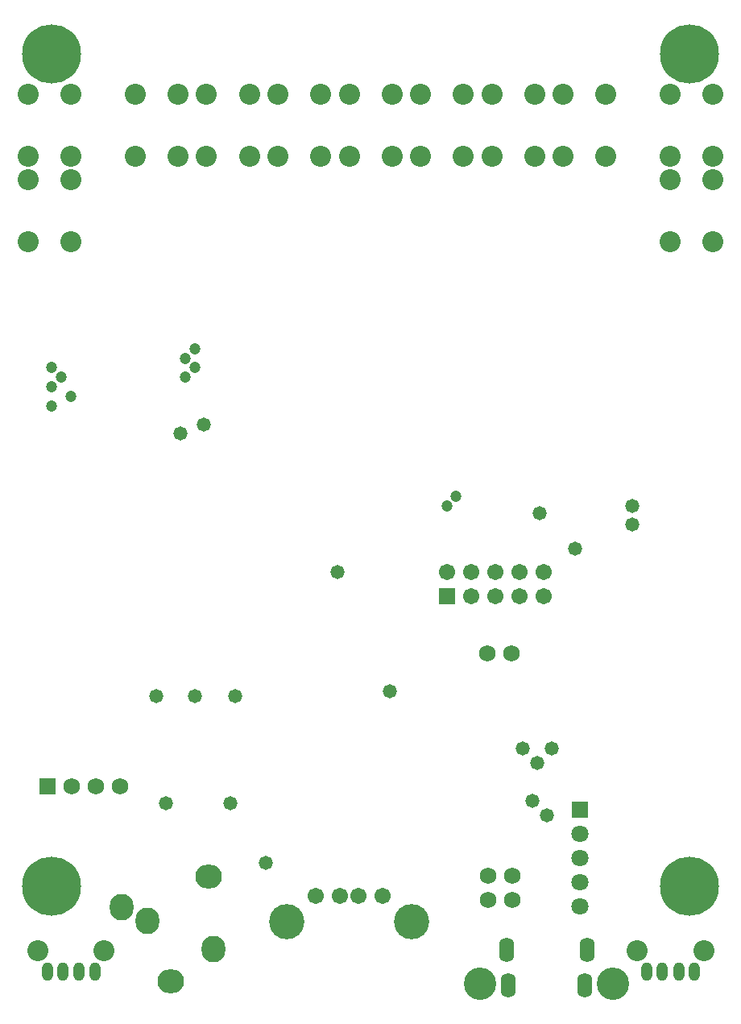
<source format=gbs>
G04 Layer_Color=8150272*
%FSLAX25Y25*%
%MOIN*%
G70*
G01*
G75*
%ADD73C,0.08674*%
%ADD74O,0.04737X0.07690*%
%ADD75O,0.09855X0.11036*%
%ADD76O,0.11036X0.09855*%
%ADD77O,0.06312X0.10249*%
%ADD78C,0.13398*%
%ADD79C,0.14579*%
%ADD80C,0.06706*%
%ADD81R,0.06902X0.06902*%
%ADD82C,0.06902*%
%ADD84C,0.06800*%
%ADD85R,0.06706X0.06706*%
%ADD86C,0.24422*%
%ADD87R,0.07099X0.07099*%
%ADD88C,0.07099*%
%ADD89C,0.05800*%
%ADD90C,0.04737*%
D73*
X350394Y119134D02*
D03*
X377953D02*
D03*
X364173Y447834D02*
D03*
Y473425D02*
D03*
X381890D02*
D03*
Y447834D02*
D03*
X319882D02*
D03*
Y473425D02*
D03*
X337598D02*
D03*
Y447834D02*
D03*
X290354D02*
D03*
Y473425D02*
D03*
X308071D02*
D03*
Y447834D02*
D03*
X116142Y447835D02*
D03*
Y473425D02*
D03*
X98425D02*
D03*
Y447835D02*
D03*
X160433Y447834D02*
D03*
Y473425D02*
D03*
X142716D02*
D03*
Y447834D02*
D03*
X189960D02*
D03*
Y473425D02*
D03*
X172244D02*
D03*
Y447834D02*
D03*
X219488D02*
D03*
Y473425D02*
D03*
X201771D02*
D03*
Y447834D02*
D03*
X249015D02*
D03*
Y473425D02*
D03*
X231299D02*
D03*
Y447834D02*
D03*
X278543D02*
D03*
Y473425D02*
D03*
X260827D02*
D03*
Y447834D02*
D03*
X381890Y412401D02*
D03*
Y437992D02*
D03*
X364173D02*
D03*
Y412401D02*
D03*
X102362Y119134D02*
D03*
X129921D02*
D03*
X116141Y412401D02*
D03*
Y437992D02*
D03*
X98425D02*
D03*
Y412401D02*
D03*
D74*
X354331Y110236D02*
D03*
X374016D02*
D03*
X360728D02*
D03*
X367618D02*
D03*
X106299D02*
D03*
X125984D02*
D03*
X112697D02*
D03*
X119587D02*
D03*
D75*
X175197Y119685D02*
D03*
X147638Y131496D02*
D03*
X137008Y137008D02*
D03*
D76*
X173228Y149606D02*
D03*
X157480Y106299D02*
D03*
D77*
X296319Y119291D02*
D03*
X329665D02*
D03*
X328878Y104724D02*
D03*
X297106D02*
D03*
D78*
X340551Y105512D02*
D03*
X285433D02*
D03*
D79*
X257165Y130905D02*
D03*
X205433D02*
D03*
D80*
X245079Y141575D02*
D03*
X235236D02*
D03*
X227362D02*
D03*
X217520D02*
D03*
X271654Y275748D02*
D03*
X281653Y265748D02*
D03*
Y275748D02*
D03*
X291653Y265748D02*
D03*
Y275748D02*
D03*
X301654Y265748D02*
D03*
Y275748D02*
D03*
X311653Y265748D02*
D03*
Y275748D02*
D03*
D81*
X106299Y187008D02*
D03*
D82*
X116299D02*
D03*
X126299D02*
D03*
X136299D02*
D03*
D84*
X298307Y242126D02*
D03*
X288307D02*
D03*
X288740Y139921D02*
D03*
X298740D02*
D03*
Y149921D02*
D03*
X288740D02*
D03*
D85*
X271654Y265748D02*
D03*
D86*
X372047Y145669D02*
D03*
X108267Y490157D02*
D03*
Y145669D02*
D03*
X372047Y490157D02*
D03*
D87*
X326771Y177480D02*
D03*
D88*
Y167480D02*
D03*
Y157480D02*
D03*
Y147480D02*
D03*
Y137480D02*
D03*
D89*
X348425Y295275D02*
D03*
Y303150D02*
D03*
X196850Y155512D02*
D03*
X324803Y285433D02*
D03*
X312992Y175197D02*
D03*
X307086Y181102D02*
D03*
X314961Y202756D02*
D03*
X309055Y196850D02*
D03*
X303150Y202756D02*
D03*
X182087Y180118D02*
D03*
X248031Y226378D02*
D03*
X184055Y224410D02*
D03*
X167323D02*
D03*
X151575D02*
D03*
X226378Y275590D02*
D03*
X310039Y300197D02*
D03*
X155512Y180118D02*
D03*
X171260Y336614D02*
D03*
X161417Y333071D02*
D03*
D90*
X271653Y303150D02*
D03*
X275590Y307086D02*
D03*
X108268Y352362D02*
D03*
X108267Y360236D02*
D03*
X108268Y344488D02*
D03*
X112205Y356299D02*
D03*
X116141Y348425D02*
D03*
X163386Y356299D02*
D03*
X167323Y360236D02*
D03*
X163386Y364173D02*
D03*
X167323Y368110D02*
D03*
M02*

</source>
